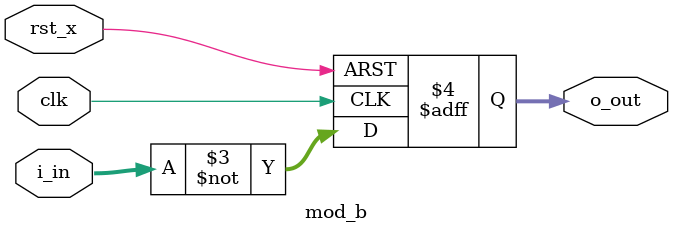
<source format=v>

module mod_b (
  input        clk,
  input        rst_x,
  input  [31:0] i_in,
  output reg [31:0] o_out
);

always @(posedge clk or negedge rst_x) begin
  if (~rst_x) o_out <= 32'h0;
  else o_out <= ~i_in;
end

endmodule

   

</source>
